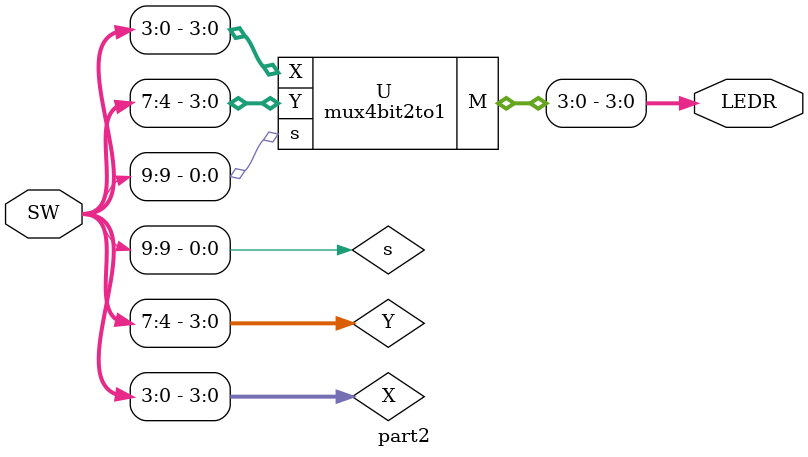
<source format=v>
module mux4bit2to1(X, Y, s, M);
    input [3:0] X, Y;
    input s;
    output [3:0] M;

    assign M[0] = (!s & X[0]) | (s & Y[0]);
    assign M[1] = (!s & X[1]) | (s & Y[1]);
    assign M[2] = (!s & X[2]) | (s & Y[2]);
    assign M[3] = (!s & X[3]) | (s & Y[3]);
endmodule

module part2 (SW, LEDR);
    input [9:0] SW;
    output [9:0] LEDR;

    wire [3:0] X, Y;
    wire s;

    assign X = SW[3:0];
    assign Y = SW[4:7];
    assign s = SW[9];

    mux4bit2to1 U (X, Y, SW[9], LEDR[3:0]);
endmodule






</source>
